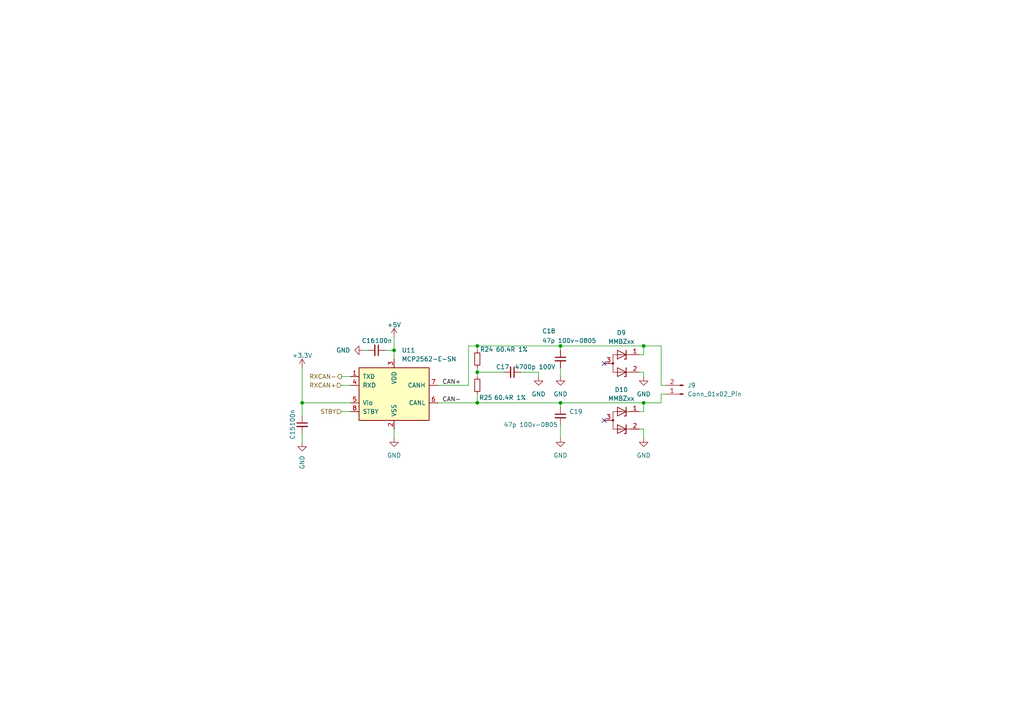
<source format=kicad_sch>
(kicad_sch (version 20231120) (generator "eeschema") (generator_version "8.0")
  (paper "A4")
  (lib_symbols
    (symbol "Connector:Conn_01x02_Pin" (pin_names (offset 1.016) hide)
      (property "Reference" "J" (at 0 2.54 0))
      (property "Value" "Conn_01x02_Pin" (at 0 -5.08 0))
      (symbol "Conn_01x02_Pin_1_1"
        (polyline (pts (xy 1.27 -2.54) (xy 0.8636 -2.54)) (stroke (width 0.1524)))
        (polyline (pts (xy 1.27 0) (xy 0.8636 0)) (stroke (width 0.1524)))
        (rectangle (start 0.8636 -2.413) (end 0 -2.667) (stroke (width 0.1524)) (fill (type outline)))
        (rectangle (start 0.8636 0.127) (end 0 -0.127) (stroke (width 0.1524)) (fill (type outline)))
        (pin passive line (at 5.08 0 180) (length 3.81) (name "Pin_1") (number "1"))
        (pin passive line (at 5.08 -2.54 180) (length 3.81) (name "Pin_2") (number "2"))
      )
    )
    (symbol "Device:C_Small" (pin_numbers hide) (pin_names (offset 0.254) hide)
      (property "Reference" "C" (at 0.254 1.778 0))
      (property "Value" "C_Small" (at 0.254 -2.032 0))
      (symbol "C_Small_0_1"
        (polyline (pts (xy -1.524 -0.508) (xy 1.524 -0.508)) (stroke (width 0.3302)))
        (polyline (pts (xy -1.524 0.508) (xy 1.524 0.508)) (stroke (width 0.3048)))
      )
      (symbol "C_Small_1_1"
        (pin passive line (at 0 2.54 270) (length 2.032) (name "~") (number "1"))
        (pin passive line (at 0 -2.54 90) (length 2.032) (name "~") (number "2"))
      )
    )
    (symbol "Device:R_Small" (pin_numbers hide) (pin_names (offset 0.254) hide)
      (property "Reference" "R" (at 0.762 0.508 0))
      (property "Value" "R_Small" (at 0.762 -1.016 0))
      (symbol "R_Small_0_1"
        (rectangle (start -0.762 1.778) (end 0.762 -1.778) (stroke (width 0.2032)))
      )
      (symbol "R_Small_1_1"
        (pin passive line (at 0 2.54 270) (length 0.762) (name "~") (number "1"))
        (pin passive line (at 0 -2.54 90) (length 0.762) (name "~") (number "2"))
      )
    )
    (symbol "Diode:MMBZxx" (pin_names (offset 1.016) hide)
      (property "Reference" "D" (at 3.81 2.54 0))
      (property "Value" "MMBZxx" (at 3.81 0 0))
      (symbol "MMBZxx_0_1"
        (circle (center 0 -2.54) (radius 0.254) (fill (type outline)))
        (polyline (pts (xy -2.54 -1.27) (xy -2.54 2.54)))
        (polyline (pts (xy 2.54 -1.27) (xy 2.54 2.54)))
        (polyline (pts (xy -3.81 1.27) (xy -1.27 1.27) (xy -1.27 0.762)) (stroke (width 0.254)))
        (polyline (pts (xy 1.27 1.27) (xy 3.81 1.27) (xy 3.81 0.762)) (stroke (width 0.254)))
        (polyline (pts (xy -2.54 0) (xy -2.54 -2.54) (xy 2.54 -2.54) (xy 2.54 0)))
      )
      (symbol "MMBZxx_1_1"
        (polyline (pts (xy -3.81 -1.27) (xy -1.27 -1.27) (xy -2.54 1.27) (xy -3.81 -1.27)) (stroke (width 0.2032)))
        (polyline (pts (xy 1.27 -1.27) (xy 3.81 -1.27) (xy 2.54 1.27) (xy 1.27 -1.27)) (stroke (width 0.2032)))
        (pin passive line (at -2.54 5.08 270) (length 2.54) (name "K") (number "1"))
        (pin passive line (at 2.54 5.08 270) (length 2.54) (name "K") (number "2"))
        (pin passive line (at 0 -5.08 90) (length 2.54) (name "A") (number "3"))
      )
    )
    (symbol "Interface_CAN_LIN:MCP2562-E-SN" (pin_names (offset 1.016))
      (property "Reference" "U" (at -10.16 8.89 0))
      (property "Value" "MCP2562-E-SN" (at 2.54 8.89 0))
      (symbol "MCP2562-E-SN_0_1"
        (rectangle (start -10.16 7.62) (end 10.16 -7.62) (stroke (width 0.254)) (fill (type background)))
      )
      (symbol "MCP2562-E-SN_1_1"
        (pin input line (at -12.7 5.08 0) (length 2.54) (name "TXD") (number "1"))
        (pin power_in line (at 0 -10.16 90) (length 2.54) (name "VSS") (number "2"))
        (pin power_in line (at 0 10.16 270) (length 2.54) (name "VDD") (number "3"))
        (pin output line (at -12.7 2.54 0) (length 2.54) (name "RXD") (number "4"))
        (pin power_in line (at -12.7 -2.54 0) (length 2.54) (name "Vio") (number "5"))
        (pin bidirectional line (at 12.7 -2.54 180) (length 2.54) (name "CANL") (number "6"))
        (pin bidirectional line (at 12.7 2.54 180) (length 2.54) (name "CANH") (number "7"))
        (pin input line (at -12.7 -5.08 0) (length 2.54) (name "STBY") (number "8"))
      )
    )
    (symbol "power:+3.3V" (power) (pin_names (offset 0))
      (property "Value" "+3.3V" (at 0 3.556 0))
      (symbol "+3.3V_0_1"
        (polyline (pts (xy -0.762 1.27) (xy 0 2.54)))
        (polyline (pts (xy 0 0) (xy 0 2.54)))
        (polyline (pts (xy 0 2.54) (xy 0.762 1.27)))
      )
      (symbol "+3.3V_1_1"
        (pin power_in line (at 0 0 90) (length 0) hide (name "+3.3V") (number "1"))
      )
    )
    (symbol "power:GND" (power) (pin_names (offset 0))
      (property "Value" "GND" (at 0 -3.81 0))
      (symbol "GND_0_1"
        (polyline (pts (xy 0 0) (xy 0 -1.27) (xy 1.27 -1.27) (xy 0 -2.54) (xy -1.27 -1.27) (xy 0 -1.27)))
      )
      (symbol "GND_1_1"
        (pin power_in line (at 0 0 270) (length 0) hide (name "GND") (number "1"))
      )
    )
  )
  (junction (at 138.43 100.33))
  (junction (at 162.56 116.84))
  (junction (at 186.69 100.33))
  (junction (at 114.3 101.6))
  (junction (at 162.56 100.33))
  (junction (at 87.63 116.84))
  (junction (at 138.43 107.95))
  (junction (at 138.43 116.84))
  (junction (at 186.69 116.84))
  (no_connect (at 175.26 121.92))
  (no_connect (at 175.26 105.41))
  (wire (pts (xy 186.69 100.33) (xy 191.77 100.33)))
  (wire (pts (xy 162.56 116.84) (xy 186.69 116.84)))
  (wire (pts (xy 162.56 106.68) (xy 162.56 109.22)))
  (wire (pts (xy 135.89 111.76) (xy 135.89 100.33)))
  (wire (pts (xy 186.69 119.38) (xy 185.42 119.38)))
  (wire (pts (xy 185.42 124.46) (xy 186.69 124.46)))
  (wire (pts (xy 127 111.76) (xy 135.89 111.76)))
  (wire (pts (xy 191.77 114.3) (xy 193.04 114.3)))
  (wire (pts (xy 156.21 107.95) (xy 156.21 109.22)))
  (wire (pts (xy 186.69 107.95) (xy 186.69 109.22)))
  (wire (pts (xy 99.06 119.38) (xy 101.6 119.38)))
  (wire (pts (xy 138.43 109.22) (xy 138.43 107.95)))
  (wire (pts (xy 138.43 107.95) (xy 146.05 107.95)))
  (wire (pts (xy 138.43 100.33) (xy 138.43 101.6)))
  (wire (pts (xy 186.69 116.84) (xy 191.77 116.84)))
  (wire (pts (xy 101.6 116.84) (xy 87.63 116.84)))
  (wire (pts (xy 127 116.84) (xy 138.43 116.84)))
  (wire (pts (xy 162.56 100.33) (xy 186.69 100.33)))
  (wire (pts (xy 191.77 116.84) (xy 191.77 114.3)))
  (wire (pts (xy 162.56 101.6) (xy 162.56 100.33)))
  (wire (pts (xy 162.56 123.19) (xy 162.56 127)))
  (wire (pts (xy 87.63 116.84) (xy 87.63 120.65)))
  (wire (pts (xy 87.63 106.68) (xy 87.63 116.84)))
  (wire (pts (xy 193.04 111.76) (xy 191.77 111.76)))
  (wire (pts (xy 186.69 102.87) (xy 186.69 100.33)))
  (wire (pts (xy 99.06 109.22) (xy 101.6 109.22)))
  (wire (pts (xy 151.13 107.95) (xy 156.21 107.95)))
  (wire (pts (xy 186.69 116.84) (xy 186.69 119.38)))
  (wire (pts (xy 162.56 116.84) (xy 162.56 118.11)))
  (wire (pts (xy 138.43 116.84) (xy 162.56 116.84)))
  (wire (pts (xy 99.06 111.76) (xy 101.6 111.76)))
  (wire (pts (xy 138.43 100.33) (xy 162.56 100.33)))
  (wire (pts (xy 106.68 101.6) (xy 105.41 101.6)))
  (wire (pts (xy 111.76 101.6) (xy 114.3 101.6)))
  (wire (pts (xy 87.63 128.27) (xy 87.63 125.73)))
  (wire (pts (xy 135.89 100.33) (xy 138.43 100.33)))
  (wire (pts (xy 186.69 102.87) (xy 185.42 102.87)))
  (wire (pts (xy 114.3 124.46) (xy 114.3 127)))
  (wire (pts (xy 114.3 101.6) (xy 114.3 104.14)))
  (wire (pts (xy 185.42 107.95) (xy 186.69 107.95)))
  (wire (pts (xy 138.43 114.3) (xy 138.43 116.84)))
  (wire (pts (xy 186.69 124.46) (xy 186.69 127)))
  (wire (pts (xy 191.77 111.76) (xy 191.77 100.33)))
  (wire (pts (xy 114.3 97.79) (xy 114.3 101.6)))
  (wire (pts (xy 138.43 106.68) (xy 138.43 107.95)))
  (label "CAN-" (at 128.27 116.84 0))
  (label "CAN+" (at 128.27 111.76 0))
  (hierarchical_label "RXCAN+" (shape input) (at 99.06 111.76 180))
  (hierarchical_label "STBY" (shape input) (at 99.06 119.38 180))
  (hierarchical_label "RXCAN-" (shape output) (at 99.06 109.22 180))
  (symbol (lib_id "power:GND") (at 186.69 109.22 0) (unit 1)
    (property "Reference" "#PWR060" (effects (hide yes)))
    (property "Value" "GND" (at 186.69 114.3 0))
  )
  (symbol (lib_id "power:GND") (at 114.3 127 0) (unit 1)
    (property "Reference" "#PWR056" (effects (hide yes)))
    (property "Value" "GND" (at 114.3 132.08 0))
  )
  (symbol (lib_id "power:GND") (at 156.21 109.22 0) (unit 1)
    (property "Reference" "#PWR057" (effects (hide yes)))
    (property "Value" "GND" (at 156.21 114.3 0))
  )
  (symbol (lib_id "Connector:Conn_01x02_Pin") (at 198.12 114.3 180) (unit 1)
    (property "Reference" "J9" (at 199.39 111.7599 0) (effects (justify right)))
    (property "Value" "Conn_01x02_Pin" (at 199.39 114.2999 0) (effects (justify right)))
    (property "Footprint" "Connector_JST:JST_EH_B2B-EH-A_1x02_P2.50mm_Vertical" (effects (hide yes)))
    (property "Description" "Generic connector, single row, 01x02, script generated" (effects (hide yes)))
  )
  (symbol (lib_id "power:GND") (at 162.56 127 0) (unit 1)
    (property "Reference" "#PWR059" (effects (hide yes)))
    (property "Value" "GND" (at 162.56 132.08 0))
  )
  (symbol (lib_id "Device:R_Small") (at 138.43 111.76 0) (unit 1)
    (property "Reference" "R25" (at 138.938 115.316 0) (effects (justify left)))
    (property "Value" "60.4R 1%" (at 143.256 115.316 0) (effects (justify left)))
    (property "Footprint" "Resistor_SMD:R_1206_3216Metric" (effects (hide yes)))
    (property "Description" "Resistor, small symbol" (effects (hide yes)))
  )
  (symbol (lib_id "Device:C_Small") (at 162.56 120.65 0) (unit 1)
    (property "Reference" "C19" (at 165.1 119.3862 0) (effects (justify left)))
    (property "Value" "47p 100v-0805" (at 146.05 123.19 0) (effects (justify left)))
    (property "Footprint" "Capacitor_SMD:C_0805_2012Metric" (effects (hide yes)))
    (property "Description" "Unpolarized capacitor, small symbol" (effects (hide yes)))
  )
  (symbol (lib_id "power:GND") (at 162.56 109.22 0) (unit 1)
    (property "Reference" "#PWR058" (effects (hide yes)))
    (property "Value" "GND" (at 162.56 114.3 0))
  )
  (symbol (lib_id "Interface_CAN_LIN:MCP2562-E-SN") (at 114.3 114.3 0) (unit 1)
    (property "Reference" "U11" (at 116.4941 101.6 0) (effects (justify left)))
    (property "Value" "MCP2562-E-SN" (at 116.4941 104.14 0) (effects (justify left)))
    (property "Footprint" "Package_SO:SOIC-8_3.9x4.9mm_P1.27mm" (effects (hide yes)))
    (property "Datasheet" "http://ww1.microchip.com/downloads/en/DeviceDoc/25167A.pdf" (effects (hide yes)))
    (property "Description" "High-Speed CAN Transceiver, 1Mbps, 5V supply, Vio pin, -40C to +125C, SOIC-8" (effects (hide yes)))
  )
  (symbol (lib_id "power:+3.3V") (at 114.3 97.79 0) (unit 1)
    (property "Reference" "#PWR055" (effects (hide yes)))
    (property "Value" "+5V" (at 114.3 94.234 0))
  )
  (symbol (lib_id "Device:R_Small") (at 138.43 104.14 0) (unit 1)
    (property "Reference" "R24" (at 139.192 101.346 0) (effects (justify left)))
    (property "Value" "60.4R 1%" (at 143.764 101.346 0) (effects (justify left)))
    (property "Footprint" "Resistor_SMD:R_1206_3216Metric" (effects (hide yes)))
    (property "Description" "Resistor, small symbol" (effects (hide yes)))
  )
  (symbol (lib_id "Device:C_Small") (at 87.63 123.19 0) (unit 1)
    (property "Reference" "C15" (at 84.836 127.508 90) (effects (justify left)))
    (property "Value" "100n" (at 84.836 123.698 90) (effects (justify left)))
    (property "Footprint" "Capacitor_SMD:C_1206_3216Metric" (effects (hide yes)))
  )
  (symbol (lib_id "power:+3.3V") (at 87.63 106.68 0) (unit 1)
    (property "Reference" "#PWR052" (effects (hide yes)))
    (property "Value" "+3.3V" (at 87.63 103.124 0))
  )
  (symbol (lib_id "power:GND") (at 186.69 127 0) (unit 1)
    (property "Reference" "#PWR061" (effects (hide yes)))
    (property "Value" "GND" (at 186.69 132.08 0))
  )
  (symbol (lib_id "Device:C_Small") (at 148.59 107.95 270) (unit 1)
    (property "Reference" "C17" (at 145.796 106.426 90))
    (property "Value" "4700p 100V" (at 155.194 106.426 90))
    (property "Footprint" "Capacitor_SMD:C_1206_3216Metric" (effects (hide yes)))
    (property "Description" "Unpolarized capacitor, small symbol" (effects (hide yes)))
  )
  (symbol (lib_id "power:GND") (at 105.41 101.6 270) (unit 1)
    (property "Reference" "#PWR054" (effects (hide yes)))
    (property "Value" "GND" (at 101.6 101.5999 90) (effects (justify right)))
  )
  (symbol (lib_id "Device:C_Small") (at 162.56 104.14 0) (unit 1)
    (property "Reference" "C18" (at 157.226 96.012 0) (effects (justify left)))
    (property "Value" "47p 100v-0805" (at 157.226 98.806 0) (effects (justify left)))
    (property "Footprint" "Capacitor_SMD:C_0805_2012Metric" (effects (hide yes)))
    (property "Description" "Unpolarized capacitor, small symbol" (effects (hide yes)))
  )
  (symbol (lib_id "Diode:MMBZxx") (at 180.34 105.41 270) (unit 1)
    (property "Reference" "D9" (at 180.213 96.52 90))
    (property "Value" "MMBZxx" (at 180.213 99.06 90))
    (property "Footprint" "Package_TO_SOT_SMD:SOT-23" (effects (hide yes)))
    (property "Datasheet" "http://www.onsemi.com/pub/Collateral/MMBZ5V6ALT1-D.PDF" (effects (hide yes)))
    (property "Description" "Double Zener Diode, Common Anode, 225mW, SOT-23" (effects (hide yes)))
  )
  (symbol (lib_id "power:GND") (at 87.63 128.27 0) (unit 1)
    (property "Reference" "#PWR053" (effects (hide yes)))
    (property "Value" "GND" (at 87.6299 132.08 90) (effects (justify right)))
  )
  (symbol (lib_id "Diode:MMBZxx") (at 180.34 121.92 270) (unit 1)
    (property "Reference" "D10" (at 180.213 113.03 90))
    (property "Value" "MMBZxx" (at 180.213 115.57 90))
    (property "Footprint" "Package_TO_SOT_SMD:SOT-23" (effects (hide yes)))
    (property "Datasheet" "http://www.onsemi.com/pub/Collateral/MMBZ5V6ALT1-D.PDF" (effects (hide yes)))
    (property "Description" "Double Zener Diode, Common Anode, 225mW, SOT-23" (effects (hide yes)))
  )
  (symbol (lib_id "Device:C_Small") (at 109.22 101.6 270) (unit 1)
    (property "Reference" "C16" (at 104.902 98.806 90) (effects (justify left)))
    (property "Value" "100n" (at 108.712 98.806 90) (effects (justify left)))
    (property "Footprint" "Capacitor_SMD:C_1206_3216Metric" (effects (hide yes)))
  )
)
</source>
